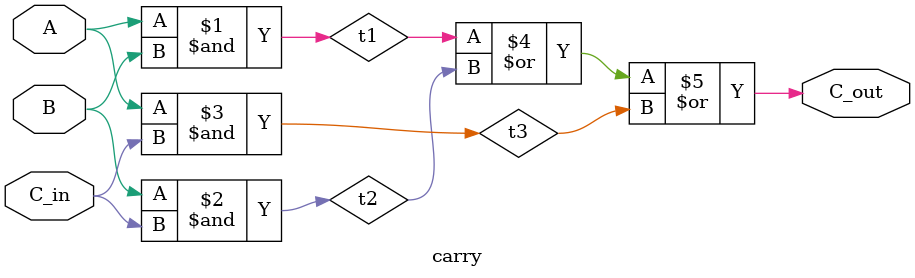
<source format=v>
module sum (S, A, B, C_in);
    input A, B, C_in;
    output S;
    wire t;

    xor x1 (t, A, B);
    xor x2 (S, t, C_in);
endmodule

module carry (C_out, A, B, C_in);
    input A, B, C_in;
    output C_out;
    wire t1, t2, t3;

    and a1 (t1, A, B);
    and a2 (t2, B, C_in);
    and a3 (t3, A, C_in);
    or o (C_out, t1, t2, t3);

endmodule
</source>
